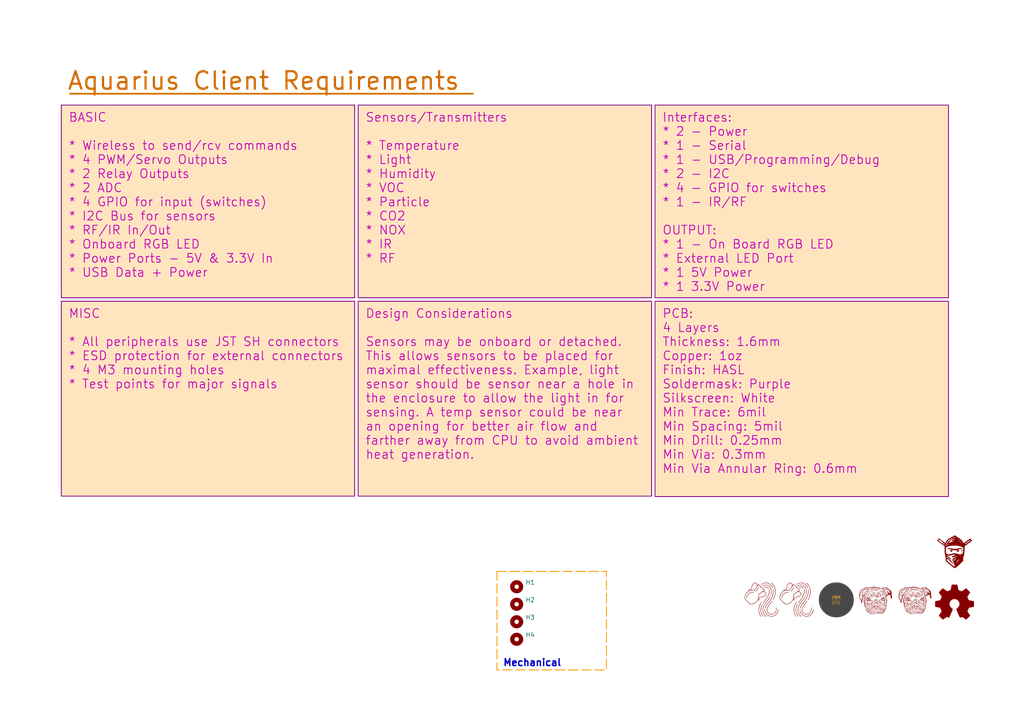
<source format=kicad_sch>
(kicad_sch (version 20250114) (generator "eeschema") (generator_version "9.0")
  (paper "A4")
  (title_block (title "Aquarius Client") (date "<<release-date>>") (rev "<<tag>>") (comment 1 "<<hash>>"))
  (lib_symbols
    (symbol "CRGM Logos:Aquarius Logo")
    (symbol "CRGM Logos:CRGM Logo")
    (symbol "CRGM Logos:FNWW Face")
    (symbol "CRGM Logos:Roxy Logo" (in_bom no))
    (symbol "Graphic:Logo_Open_Hardware_Small" (in_bom no) (on_board no))
    (symbol "Mechanical:MountingHole" (pin_names (offset 1.016)) (in_bom no)
      (property "Reference" "H" (at 0 5.08 0))
      (property "Value" "MountingHole" (at 0 3.175 0))
    )
  )
  (rectangle (start 144.145 165.735) (end 175.895 194.31) (stroke (width 0.254) (type dash) (color 255 153 0 1)))
  (text "Mechanical" (at 145.796 193.548 0) (effects (font (size 2 2) (thickness 0.4) (bold yes)) (justify left bottom)))
  (text "Aquarius Client Requirements" (at 19.304 20.701 0) (effects (font (size 5.08 5.08) (thickness 0.635) (bold yes)) (justify left top)))
  (text_box "Design Considerations\n\nSensors may be onboard or detached. This allows sensors to be placed for maximal effectiveness. Example, light sensor should be sensor near a hole in the enclosure to allow the light in for sensing. A temp sensor could be near an opening for better air flow and farther away from CPU to avoid ambient heat generation.\n" (exclude_from_sim yes) (at 103.886 87.376 0) (size 85.09 56.515) (margins 2.032 2.032 2.032 2.032) (stroke (width 0.254) (color 132 0 132 1)) (fill (type color) (color 255 229 191 1)) (effects (font (size 2.54 2.54) (thickness 0.254) (bold yes)) (justify left top)))
  (text_box "BASIC\n\n* Wireless to send/rcv commands\n* 4 PWM/Servo Outputs\n* 2 Relay Outputs\n* 2 ADC\n* 4 GPIO for input (switches)\n* I2C Bus for sensors\n* RF/IR In/Out\n* Onboard RGB LED\n* Power Ports - 5V & 3.3V In\n* USB Data + Power" (exclude_from_sim yes) (at 17.78 30.48 0) (size 85.09 55.88) (margins 2.032 2.032 2.032 2.032) (stroke (width 0.254) (color 132 0 132 1)) (fill (type color) (color 255 229 191 1)) (effects (font (size 2.54 2.54) (thickness 0.254) (bold yes)) (justify left top)))
  (text_box "Interfaces:\n* 2 - Power\n* 1 - Serial\n* 1 - USB/Programming/Debug\n* 2 - I2C\n* 4 - GPIO for switches\n* 1 - IR/RF\n\nOUTPUT:\n* 1 - On Board RGB LED\n* External LED Port\n* 1 5V Power\n* 1 3.3V Power" (exclude_from_sim yes) (at 189.992 30.48 0) (size 85.09 55.88) (margins 2.032 2.032 2.032 2.032) (stroke (width 0.254) (color 132 0 132 1)) (fill (type color) (color 255 229 191 1)) (effects (font (size 2.54 2.54) (thickness 0.254) (bold yes)) (justify left top)))
  (text_box "MISC\n\n* All peripherals use JST SH connectors\n* ESD protection for external connectors\n* 4 M3 mounting holes\n* Test points for major signals" (exclude_from_sim yes) (at 17.78 87.376 0) (size 85.09 56.515) (margins 2.032 2.032 2.032 2.032) (stroke (width 0.254) (color 132 0 132 1)) (fill (type color) (color 255 229 191 1)) (effects (font (size 2.54 2.54) (thickness 0.254) (bold yes)) (justify left top)))
  (text_box "PCB:\n4 Layers\nThickness: 1.6mm\nCopper: 1oz\nFinish: HASL\nSoldermask: Purple\nSilkscreen: White\nMin Trace: 6mil\nMin Spacing: 5mil\nMin Drill: 0.25mm\nMin Via: 0.3mm\nMin Via Annular Ring: 0.6mm\n\n" (exclude_from_sim yes) (at 189.992 87.376 0) (size 85.09 56.642) (margins 2.032 2.032 2.032 2.032) (stroke (width 0.254) (color 132 0 132 1)) (fill (type color) (color 255 229 191 1)) (effects (font (size 2.54 2.54) (thickness 0.254) (bold yes)) (justify left top)))
  (text_box "Sensors/Transmitters\n\n* Temperature\n* Light\n* Humidity\n* VOC\n* Particle\n* CO2\n* NOX\n* IR\n* RF\n" (exclude_from_sim yes) (at 103.886 30.48 0) (size 85.09 55.88) (margins 2.032 2.032 2.032 2.032) (stroke (width 0.254) (color 132 0 132 1)) (fill (type color) (color 255 229 191 1)) (effects (font (size 2.54 2.54) (thickness 0.254) (bold yes)) (justify left top)))
  (polyline (pts (xy 20.32 27.178) (xy 137.16 27.178)) (stroke (width 0.508) (color 204 102 0 1)))
  (symbol (lib_id "Mechanical:MountingHole") (at 149.86 170.18 0) (unit 1) (in_bom no)
    (property "Reference" "H1" (at 152.4 168.9099 0) (effects (justify left)))
    (property "Footprint" "CRGM Mechanical:MountingHole_3.2mm_M3_Pad_Via" (effects (hide yes)))
    (property "Description" "Mounting Hole without connection" (effects (hide yes)))
  )
  (symbol (lib_id "CRGM Logos:Aquarius Logo") (at 220.98 173.99 0) (unit 1) (in_bom no)
    (property "Reference" "LOGO3" (effects (hide yes)))
    (property "Footprint" "CRGM Logos:Aquarius Logo 5mm" (effects (hide yes)))
  )
  (symbol (lib_id "Mechanical:MountingHole") (at 149.86 180.34 0) (unit 1) (in_bom no)
    (property "Reference" "H3" (at 152.4 179.0699 0) (effects (justify left)))
    (property "Footprint" "CRGM Mechanical:MountingHole_3.2mm_M3_Pad_Via" (effects (hide yes)))
    (property "Description" "Mounting Hole without connection" (effects (hide yes)))
  )
  (symbol (lib_id "Graphic:Logo_Open_Hardware_Small") (at 276.86 175.26 0) (unit 1) (in_bom no)
    (property "Reference" "LOGO4" (effects (hide yes)))
    (property "Footprint" "Symbol:OSHW-Logo_5.7x6mm_SilkScreen" (effects (hide yes)))
    (property "Description" "Open Hardware logo, small" (effects (hide yes)))
  )
  (symbol (lib_id "CRGM Logos:FNWW Face") (at 276.86 160.02 0) (unit 1)
    (property "Reference" "LOGO7" (effects (hide yes)))
    (property "Footprint" "CRGM Logos:FNWW Face 5mm" (effects (hide yes)))
  )
  (symbol (lib_id "CRGM Logos:Roxy Logo") (at 265.43 173.99 0) (unit 1) (in_bom no)
    (property "Reference" "LOGO6" (effects (hide yes)))
    (property "Value" "~" (at 265.43 173.99 0))
    (property "Footprint" "CRGM Logos:Roxy 6.5mm" (effects (hide yes)))
  )
  (symbol (lib_id "Mechanical:MountingHole") (at 149.86 175.26 0) (unit 1) (in_bom no)
    (property "Reference" "H2" (at 152.4 173.9899 0) (effects (justify left)))
    (property "Footprint" "CRGM Mechanical:MountingHole_3.2mm_M3_Pad_Via" (effects (hide yes)))
    (property "Description" "Mounting Hole without connection" (effects (hide yes)))
  )
  (symbol (lib_id "CRGM Logos:CRGM Logo") (at 242.57 173.99 0) (unit 1) (in_bom no)
    (property "Reference" "LOGO1" (effects (hide yes)))
    (property "Value" "~" (at 242.57 173.99 0))
    (property "Footprint" "CRGM Logos:CRGM Logo 10mm" (effects (hide yes)))
  )
  (symbol (lib_id "CRGM Logos:Roxy Logo") (at 254 173.99 0) (unit 1) (in_bom no)
    (property "Reference" "LOGO5" (effects (hide yes)))
    (property "Value" "~" (at 254 173.99 0))
    (property "Footprint" "CRGM Logos:Roxy 6.5mm" (effects (hide yes)))
  )
  (symbol (lib_id "CRGM Logos:Aquarius Logo") (at 231.14 173.99 0) (unit 1) (in_bom no)
    (property "Reference" "LOGO2" (effects (hide yes)))
    (property "Footprint" "CRGM Logos:Aquarius Logo 5mm" (effects (hide yes)))
  )
  (symbol (lib_id "Mechanical:MountingHole") (at 149.86 185.42 0) (unit 1) (in_bom no)
    (property "Reference" "H4" (at 152.4 184.1499 0) (effects (justify left)))
    (property "Footprint" "CRGM Mechanical:MountingHole_3.2mm_M3_Pad_Via" (effects (hide yes)))
    (property "Description" "Mounting Hole without connection" (effects (hide yes)))
  )
)
</source>
